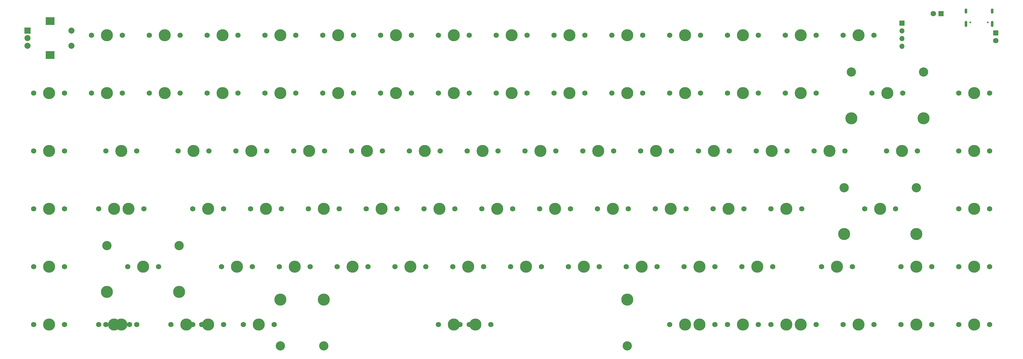
<source format=gbr>
%TF.GenerationSoftware,KiCad,Pcbnew,(5.1.9)-1*%
%TF.CreationDate,2021-05-13T20:29:08-04:00*%
%TF.ProjectId,rnm-75E,726e6d2d-3735-4452-9e6b-696361645f70,rev?*%
%TF.SameCoordinates,Original*%
%TF.FileFunction,Soldermask,Top*%
%TF.FilePolarity,Negative*%
%FSLAX46Y46*%
G04 Gerber Fmt 4.6, Leading zero omitted, Abs format (unit mm)*
G04 Created by KiCad (PCBNEW (5.1.9)-1) date 2021-05-13 20:29:08*
%MOMM*%
%LPD*%
G01*
G04 APERTURE LIST*
%ADD10C,3.987800*%
%ADD11C,1.750000*%
%ADD12C,3.048000*%
%ADD13O,0.900000X2.000000*%
%ADD14O,0.900000X1.700000*%
%ADD15C,0.600000*%
%ADD16C,1.800000*%
%ADD17R,1.800000X1.800000*%
%ADD18O,1.700000X1.700000*%
%ADD19R,1.700000X1.700000*%
%ADD20R,2.000000X2.000000*%
%ADD21C,2.000000*%
%ADD22R,3.000000X2.500000*%
G04 APERTURE END LIST*
D10*
%TO.C,MX10*%
X101536500Y-176657000D03*
D11*
X96456500Y-176657000D03*
X106616500Y-176657000D03*
D12*
X89630250Y-169672000D03*
X113442750Y-169672000D03*
D10*
X89630250Y-184912000D03*
X113442750Y-184912000D03*
%TD*%
D13*
%TO.C,J2*%
X372647750Y-96672000D03*
X381287750Y-96672000D03*
D14*
X372647750Y-92502000D03*
X381287750Y-92502000D03*
D15*
X379857750Y-96192000D03*
X374077750Y-96192000D03*
%TD*%
D10*
%TO.C,MX83*%
X356330250Y-176657000D03*
D11*
X351250250Y-176657000D03*
X361410250Y-176657000D03*
%TD*%
D10*
%TO.C,MX57*%
X265842750Y-176657000D03*
D11*
X260762750Y-176657000D03*
X270922750Y-176657000D03*
%TD*%
D16*
%TO.C,CAPS_LOCK_LED2*%
X382524000Y-102203250D03*
D17*
X382524000Y-99663250D03*
%TD*%
D16*
%TO.C,CAPS_LOCK_LED1*%
X361886500Y-93313250D03*
D17*
X364426500Y-93313250D03*
%TD*%
D10*
%TO.C,MX93*%
X203930250Y-195707000D03*
D11*
X198850250Y-195707000D03*
X209010250Y-195707000D03*
D12*
X146780250Y-202692000D03*
X261080250Y-202692000D03*
D10*
X146780250Y-187452000D03*
X261080250Y-187452000D03*
%TD*%
%TO.C,MX92*%
X122967750Y-195707000D03*
D11*
X117887750Y-195707000D03*
X128047750Y-195707000D03*
%TD*%
D10*
%TO.C,MX91*%
X94392750Y-195707000D03*
D11*
X89312750Y-195707000D03*
X99472750Y-195707000D03*
%TD*%
D10*
%TO.C,MX90*%
X92011500Y-157607000D03*
D11*
X86931500Y-157607000D03*
X97091500Y-157607000D03*
%TD*%
D10*
%TO.C,MX85*%
X375380250Y-195707000D03*
D11*
X370300250Y-195707000D03*
X380460250Y-195707000D03*
%TD*%
D10*
%TO.C,MX41*%
X211074000Y-195707000D03*
D11*
X205994000Y-195707000D03*
X216154000Y-195707000D03*
D12*
X161074100Y-202692000D03*
X261073900Y-202692000D03*
D10*
X161074100Y-187452000D03*
X261073900Y-187452000D03*
%TD*%
D18*
%TO.C,J3*%
X351567750Y-104108250D03*
X351567750Y-101568250D03*
X351567750Y-99028250D03*
D19*
X351567750Y-96488250D03*
%TD*%
D11*
%TO.C,MX2*%
X75660250Y-138557000D03*
X65500250Y-138557000D03*
D10*
X70580250Y-138557000D03*
%TD*%
%TO.C,MX4*%
X70580250Y-176657000D03*
D11*
X65500250Y-176657000D03*
X75660250Y-176657000D03*
%TD*%
D20*
%TO.C,SW2*%
X63436500Y-98869500D03*
D21*
X63436500Y-101369500D03*
X63436500Y-103869500D03*
D22*
X70936500Y-95769500D03*
X70936500Y-106969500D03*
D21*
X77936500Y-98869500D03*
X77936500Y-103869500D03*
%TD*%
D10*
%TO.C,MX89*%
X375380250Y-176657000D03*
D11*
X370300250Y-176657000D03*
X380460250Y-176657000D03*
%TD*%
D10*
%TO.C,MX88*%
X375380250Y-157607000D03*
D11*
X370300250Y-157607000D03*
X380460250Y-157607000D03*
%TD*%
D10*
%TO.C,MX87*%
X375380250Y-138557000D03*
D11*
X370300250Y-138557000D03*
X380460250Y-138557000D03*
%TD*%
D10*
%TO.C,MX86*%
X375380250Y-119507000D03*
D11*
X370300250Y-119507000D03*
X380460250Y-119507000D03*
%TD*%
D10*
%TO.C,MX84*%
X356330250Y-195707000D03*
D11*
X351250250Y-195707000D03*
X361410250Y-195707000D03*
%TD*%
D10*
%TO.C,MX82*%
X344424000Y-157607000D03*
D11*
X339344000Y-157607000D03*
X349504000Y-157607000D03*
D12*
X332517750Y-150622000D03*
X356330250Y-150622000D03*
D10*
X332517750Y-165862000D03*
X356330250Y-165862000D03*
%TD*%
%TO.C,MX81*%
X351567750Y-138557000D03*
D11*
X346487750Y-138557000D03*
X356647750Y-138557000D03*
%TD*%
D10*
%TO.C,MX80*%
X346805250Y-119507000D03*
D11*
X341725250Y-119507000D03*
X351885250Y-119507000D03*
D12*
X334899000Y-112522000D03*
X358711500Y-112522000D03*
D10*
X334899000Y-127762000D03*
X358711500Y-127762000D03*
%TD*%
%TO.C,MX79*%
X337280250Y-195707000D03*
D11*
X332200250Y-195707000D03*
X342360250Y-195707000D03*
%TD*%
D10*
%TO.C,MX78*%
X337280250Y-100457000D03*
D11*
X332200250Y-100457000D03*
X342360250Y-100457000D03*
%TD*%
D10*
%TO.C,MX77*%
X330136500Y-176657000D03*
D11*
X325056500Y-176657000D03*
X335216500Y-176657000D03*
%TD*%
D10*
%TO.C,MX76*%
X327755250Y-138557000D03*
D11*
X322675250Y-138557000D03*
X332835250Y-138557000D03*
%TD*%
D10*
%TO.C,MX75*%
X318230250Y-119507000D03*
D11*
X313150250Y-119507000D03*
X323310250Y-119507000D03*
%TD*%
D10*
%TO.C,MX74*%
X318230250Y-100457000D03*
D11*
X313150250Y-100457000D03*
X323310250Y-100457000D03*
%TD*%
D10*
%TO.C,MX73*%
X313467750Y-157607000D03*
D11*
X308387750Y-157607000D03*
X318547750Y-157607000D03*
%TD*%
D10*
%TO.C,MX72*%
X308705250Y-138557000D03*
D11*
X303625250Y-138557000D03*
X313785250Y-138557000D03*
%TD*%
D10*
%TO.C,MX71*%
X313467750Y-195707000D03*
D11*
X308387750Y-195707000D03*
X318547750Y-195707000D03*
%TD*%
D10*
%TO.C,MX70*%
X318230250Y-195707000D03*
D11*
X313150250Y-195707000D03*
X323310250Y-195707000D03*
%TD*%
D10*
%TO.C,MX69*%
X303942750Y-176657000D03*
D11*
X298862750Y-176657000D03*
X309022750Y-176657000D03*
%TD*%
D10*
%TO.C,MX68*%
X299180250Y-119507000D03*
D11*
X294100250Y-119507000D03*
X304260250Y-119507000D03*
%TD*%
D10*
%TO.C,MX67*%
X299180250Y-100457000D03*
D11*
X294100250Y-100457000D03*
X304260250Y-100457000D03*
%TD*%
D10*
%TO.C,MX66*%
X294417750Y-157607000D03*
D11*
X289337750Y-157607000D03*
X299497750Y-157607000D03*
%TD*%
D10*
%TO.C,MX65*%
X289655250Y-138557000D03*
D11*
X284575250Y-138557000D03*
X294735250Y-138557000D03*
%TD*%
D10*
%TO.C,MX64*%
X284892750Y-195707000D03*
D11*
X279812750Y-195707000D03*
X289972750Y-195707000D03*
%TD*%
D10*
%TO.C,MX63*%
X299180250Y-195707000D03*
D11*
X294100250Y-195707000D03*
X304260250Y-195707000D03*
%TD*%
D10*
%TO.C,MX62*%
X284892750Y-176657000D03*
D11*
X279812750Y-176657000D03*
X289972750Y-176657000D03*
%TD*%
D10*
%TO.C,MX61*%
X280130250Y-119507000D03*
D11*
X275050250Y-119507000D03*
X285210250Y-119507000D03*
%TD*%
D10*
%TO.C,MX60*%
X280130250Y-100457000D03*
D11*
X275050250Y-100457000D03*
X285210250Y-100457000D03*
%TD*%
D10*
%TO.C,MX59*%
X275367750Y-157607000D03*
D11*
X270287750Y-157607000D03*
X280447750Y-157607000D03*
%TD*%
D10*
%TO.C,MX58*%
X270605250Y-138557000D03*
D11*
X265525250Y-138557000D03*
X275685250Y-138557000D03*
%TD*%
D10*
%TO.C,MX56*%
X261080250Y-119507000D03*
D11*
X256000250Y-119507000D03*
X266160250Y-119507000D03*
%TD*%
D10*
%TO.C,MX55*%
X261080250Y-100457000D03*
D11*
X256000250Y-100457000D03*
X266160250Y-100457000D03*
%TD*%
D10*
%TO.C,MX54*%
X256317750Y-157607000D03*
D11*
X251237750Y-157607000D03*
X261397750Y-157607000D03*
%TD*%
D10*
%TO.C,MX53*%
X280130250Y-195707000D03*
D11*
X275050250Y-195707000D03*
X285210250Y-195707000D03*
%TD*%
D10*
%TO.C,MX52*%
X251555250Y-138557000D03*
D11*
X246475250Y-138557000D03*
X256635250Y-138557000D03*
%TD*%
D10*
%TO.C,MX51*%
X246792750Y-176657000D03*
D11*
X241712750Y-176657000D03*
X251872750Y-176657000D03*
%TD*%
D10*
%TO.C,MX50*%
X242030250Y-119507000D03*
D11*
X236950250Y-119507000D03*
X247110250Y-119507000D03*
%TD*%
D10*
%TO.C,MX49*%
X242030250Y-100457000D03*
D11*
X236950250Y-100457000D03*
X247110250Y-100457000D03*
%TD*%
D10*
%TO.C,MX48*%
X237267750Y-157607000D03*
D11*
X232187750Y-157607000D03*
X242347750Y-157607000D03*
%TD*%
D10*
%TO.C,MX47*%
X232505250Y-138557000D03*
D11*
X227425250Y-138557000D03*
X237585250Y-138557000D03*
%TD*%
D10*
%TO.C,MX46*%
X227742750Y-176657000D03*
D11*
X222662750Y-176657000D03*
X232822750Y-176657000D03*
%TD*%
D10*
%TO.C,MX45*%
X222980250Y-119507000D03*
D11*
X217900250Y-119507000D03*
X228060250Y-119507000D03*
%TD*%
D10*
%TO.C,MX44*%
X222980250Y-100457000D03*
D11*
X217900250Y-100457000D03*
X228060250Y-100457000D03*
%TD*%
D10*
%TO.C,MX43*%
X218217750Y-157607000D03*
D11*
X213137750Y-157607000D03*
X223297750Y-157607000D03*
%TD*%
D10*
%TO.C,MX42*%
X213455250Y-138557000D03*
D11*
X208375250Y-138557000D03*
X218535250Y-138557000D03*
%TD*%
D10*
%TO.C,MX40*%
X208692750Y-176657000D03*
D11*
X203612750Y-176657000D03*
X213772750Y-176657000D03*
%TD*%
D10*
%TO.C,MX39*%
X203930250Y-119507000D03*
D11*
X198850250Y-119507000D03*
X209010250Y-119507000D03*
%TD*%
D10*
%TO.C,MX38*%
X203930250Y-100457000D03*
D11*
X198850250Y-100457000D03*
X209010250Y-100457000D03*
%TD*%
D10*
%TO.C,MX37*%
X199167750Y-157607000D03*
D11*
X194087750Y-157607000D03*
X204247750Y-157607000D03*
%TD*%
D10*
%TO.C,MX36*%
X194405250Y-138557000D03*
D11*
X189325250Y-138557000D03*
X199485250Y-138557000D03*
%TD*%
D10*
%TO.C,MX35*%
X189642750Y-176657000D03*
D11*
X184562750Y-176657000D03*
X194722750Y-176657000D03*
%TD*%
D10*
%TO.C,MX34*%
X184880250Y-119507000D03*
D11*
X179800250Y-119507000D03*
X189960250Y-119507000D03*
%TD*%
D10*
%TO.C,MX33*%
X184880250Y-100457000D03*
D11*
X179800250Y-100457000D03*
X189960250Y-100457000D03*
%TD*%
D10*
%TO.C,MX32*%
X180117750Y-157607000D03*
D11*
X175037750Y-157607000D03*
X185197750Y-157607000D03*
%TD*%
D10*
%TO.C,MX31*%
X175355250Y-138557000D03*
D11*
X170275250Y-138557000D03*
X180435250Y-138557000D03*
%TD*%
D10*
%TO.C,MX30*%
X170592750Y-176657000D03*
D11*
X165512750Y-176657000D03*
X175672750Y-176657000D03*
%TD*%
D10*
%TO.C,MX29*%
X165830250Y-119507000D03*
D11*
X160750250Y-119507000D03*
X170910250Y-119507000D03*
%TD*%
D10*
%TO.C,MX28*%
X165830250Y-100457000D03*
D11*
X160750250Y-100457000D03*
X170910250Y-100457000D03*
%TD*%
D10*
%TO.C,MX27*%
X161067750Y-157607000D03*
D11*
X155987750Y-157607000D03*
X166147750Y-157607000D03*
%TD*%
D10*
%TO.C,MX26*%
X156305250Y-138557000D03*
D11*
X151225250Y-138557000D03*
X161385250Y-138557000D03*
%TD*%
D10*
%TO.C,MX25*%
X151542750Y-176657000D03*
D11*
X146462750Y-176657000D03*
X156622750Y-176657000D03*
%TD*%
D10*
%TO.C,MX24*%
X146780250Y-119507000D03*
D11*
X141700250Y-119507000D03*
X151860250Y-119507000D03*
%TD*%
D10*
%TO.C,MX23*%
X146780250Y-100457000D03*
D11*
X141700250Y-100457000D03*
X151860250Y-100457000D03*
%TD*%
D10*
%TO.C,MX22*%
X142017750Y-157607000D03*
D11*
X136937750Y-157607000D03*
X147097750Y-157607000D03*
%TD*%
D10*
%TO.C,MX21*%
X137255250Y-138557000D03*
D11*
X132175250Y-138557000D03*
X142335250Y-138557000D03*
%TD*%
D10*
%TO.C,MX20*%
X139636500Y-195707000D03*
D11*
X134556500Y-195707000D03*
X144716500Y-195707000D03*
%TD*%
D10*
%TO.C,MX19*%
X132492750Y-176657000D03*
D11*
X127412750Y-176657000D03*
X137572750Y-176657000D03*
%TD*%
D10*
%TO.C,MX18*%
X127730250Y-119507000D03*
D11*
X122650250Y-119507000D03*
X132810250Y-119507000D03*
%TD*%
D10*
%TO.C,MX17*%
X127730250Y-100457000D03*
D11*
X122650250Y-100457000D03*
X132810250Y-100457000D03*
%TD*%
D10*
%TO.C,MX16*%
X122967750Y-157607000D03*
D11*
X117887750Y-157607000D03*
X128047750Y-157607000D03*
%TD*%
D10*
%TO.C,MX15*%
X118205250Y-138557000D03*
D11*
X113125250Y-138557000D03*
X123285250Y-138557000D03*
%TD*%
D10*
%TO.C,MX14*%
X115824000Y-195707000D03*
D11*
X110744000Y-195707000D03*
X120904000Y-195707000D03*
%TD*%
D10*
%TO.C,MX13*%
X108680250Y-119507000D03*
D11*
X103600250Y-119507000D03*
X113760250Y-119507000D03*
%TD*%
D10*
%TO.C,MX12*%
X108680250Y-100457000D03*
D11*
X103600250Y-100457000D03*
X113760250Y-100457000D03*
%TD*%
D10*
%TO.C,MX11*%
X92011500Y-195707000D03*
D11*
X86931500Y-195707000D03*
X97091500Y-195707000D03*
%TD*%
D10*
%TO.C,MX9*%
X96774000Y-157607000D03*
D11*
X91694000Y-157607000D03*
X101854000Y-157607000D03*
%TD*%
D10*
%TO.C,MX8*%
X94392750Y-138557000D03*
D11*
X89312750Y-138557000D03*
X99472750Y-138557000D03*
%TD*%
D10*
%TO.C,MX7*%
X89630250Y-119507000D03*
D11*
X84550250Y-119507000D03*
X94710250Y-119507000D03*
%TD*%
D10*
%TO.C,MX6*%
X89630250Y-100457000D03*
D11*
X84550250Y-100457000D03*
X94710250Y-100457000D03*
%TD*%
D10*
%TO.C,MX5*%
X70580250Y-195707000D03*
D11*
X65500250Y-195707000D03*
X75660250Y-195707000D03*
%TD*%
D10*
%TO.C,MX3*%
X70580250Y-157607000D03*
D11*
X65500250Y-157607000D03*
X75660250Y-157607000D03*
%TD*%
%TO.C,MX1*%
X75660250Y-119507000D03*
X65500250Y-119507000D03*
D10*
X70580250Y-119507000D03*
%TD*%
M02*

</source>
